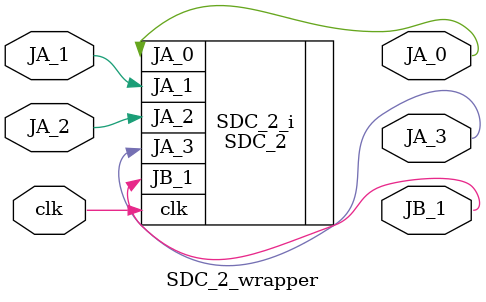
<source format=v>
`timescale 1 ps / 1 ps

module SDC_2_wrapper
   (JA_0,
    JA_1,
    JA_2,
    JA_3,
    JB_1,
    clk);
  output JA_0;
  input JA_1;
  input JA_2;
  output JA_3;
  output JB_1;
  input clk;

  wire JA_0;
  wire JA_1;
  wire JA_2;
  wire JA_3;
  wire JB_1;
  wire clk;

  SDC_2 SDC_2_i
       (.JA_0(JA_0),
        .JA_1(JA_1),
        .JA_2(JA_2),
        .JA_3(JA_3),
        .JB_1(JB_1),
        .clk(clk));
endmodule

</source>
